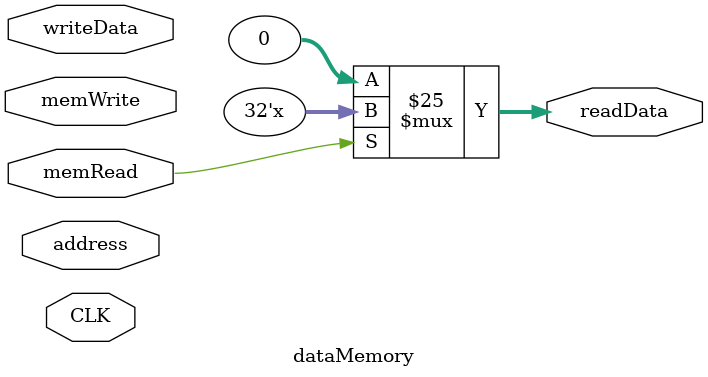
<source format=v>
`timescale 1ns / 1ps


module dataMemory(
    input CLK,
    input [31:0] address,
    input [31:0] writeData,
    input memWrite,
    input memRead,
    output [31:0] readData
    );
    
    reg [31:0] readData;
    reg [31:0] memFile[0:127];
    
    always @ (memRead)
    begin
	if(memRead)
	    eadData = memFile[address];
	else
	    readData = 0;
	end
	 
    always @ (negedge CLK) // Take the down edge of CLK as write signal
    begin
	if (memWrite ==1)
	    memFile[address] = writeData;
    end
    
endmodule

</source>
